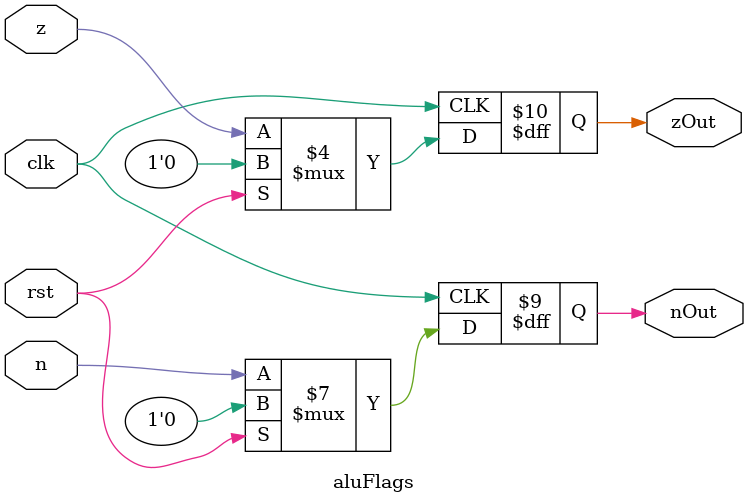
<source format=sv>

module aluFlags(input logic clk, rst, n, z,
					output logic nOut, zOut);

always_ff @(posedge clk)
	if (rst == 1) begin
		nOut <= 0;
		zOut <= 0;
	end
	else begin 
		nOut <= n;
		zOut <= z;
	end

endmodule
</source>
